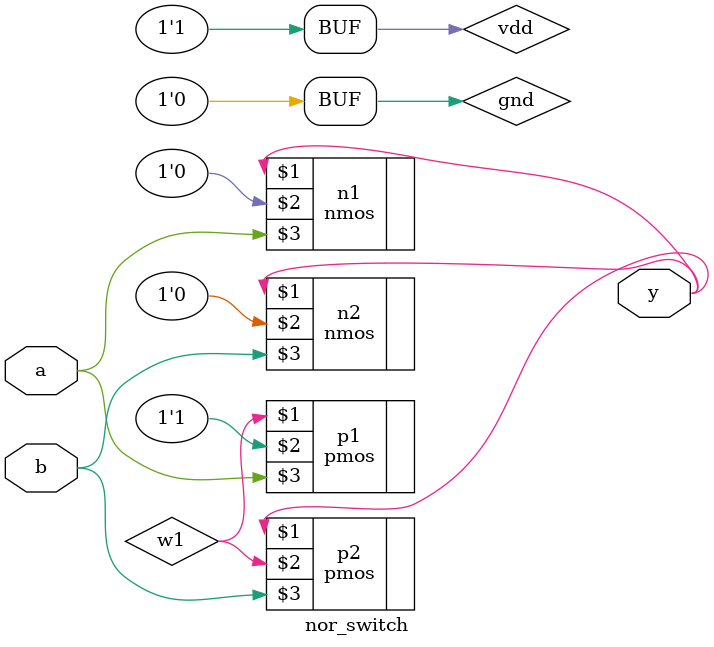
<source format=v>
`timescale 1ns / 1ps


module nor_switch(input a,b,output y);
wire w1;
supply0 gnd;
supply1 vdd;
pmos p1(w1,vdd,a);
pmos p2(y,w1,b);
nmos n1(y,gnd,a);
nmos n2(y,gnd,b);
endmodule

</source>
